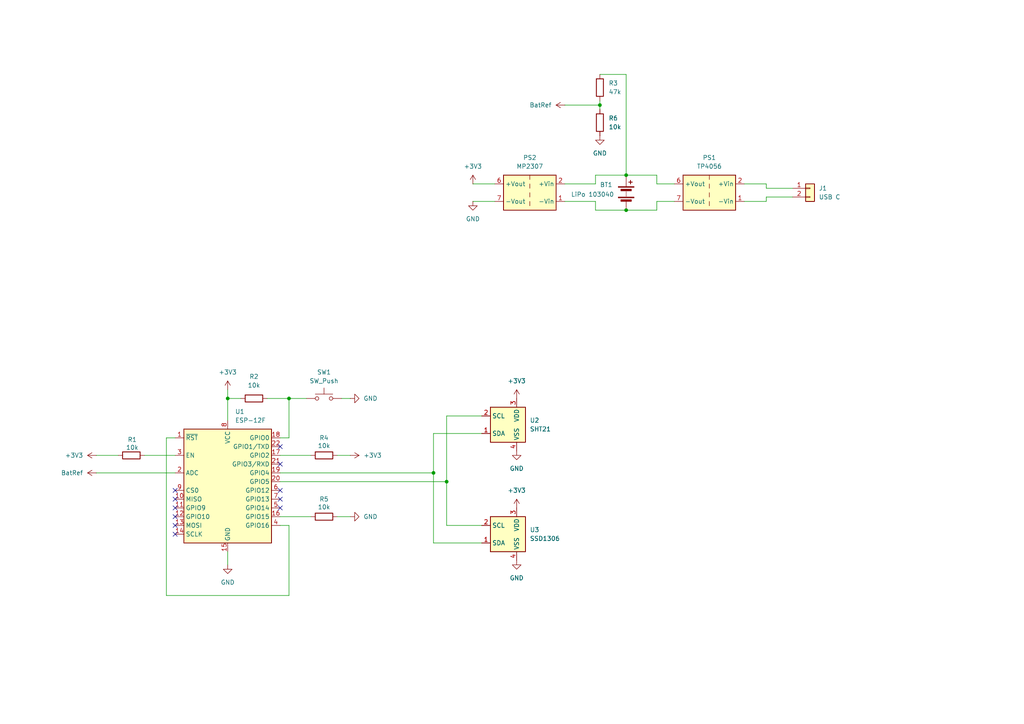
<source format=kicad_sch>
(kicad_sch (version 20250114) (generator "eeschema") (generator_version "9.0")
  (paper "A4")
  (lib_symbols
    (symbol "Connector_Generic:Conn_01x02" (pin_names (offset 1.016) (hide yes))
      (property "Reference" "J" (at 0 2.54 0))
      (property "Value" "Conn_01x02" (at 0 -5.08 0))
      (symbol "Conn_01x02_1_1"
        (rectangle (start -1.27 1.27) (end 1.27 -3.81) (stroke (width 0.254)) (fill (type background)))
        (rectangle (start -1.27 0.127) (end 0 -0.127) (stroke (width 0.1524)))
        (rectangle (start -1.27 -2.413) (end 0 -2.667) (stroke (width 0.1524)))
        (pin passive line (at -5.08 0 0) (length 3.81) (name "Pin_1") (number "1"))
        (pin passive line (at -5.08 -2.54 0) (length 3.81) (name "Pin_2") (number "2"))
      )
    )
    (symbol "Converter_DCDC:ITX0509SA"
      (property "Reference" "PS" (at -7.62 6.35 0))
      (property "Value" "ITX0509SA" (at 1.27 6.35 0))
      (symbol "ITX0509SA_0_0"
        (pin power_in line (at -10.16 2.54 0) (length 2.54) (name "+Vin") (number "2"))
        (pin power_in line (at -10.16 -2.54 0) (length 2.54) (name "-Vin") (number "1"))
        (pin no_connect line (at 7.62 0 180) (length 2.54) (hide yes) (name "NC") (number "8"))
        (pin power_out line (at 10.16 2.54 180) (length 2.54) (name "+Vout") (number "6"))
        (pin power_out line (at 10.16 -2.54 180) (length 2.54) (name "-Vout") (number "7"))
      )
      (symbol "ITX0509SA_0_1"
        (rectangle (start -7.62 5.08) (end 7.62 -5.08) (stroke (width 0.254)) (fill (type background)))
        (polyline (pts (xy 0 5.08) (xy 0 3.81)))
        (polyline (pts (xy 0 2.54) (xy 0 1.27)))
        (polyline (pts (xy 0 0) (xy 0 -1.27)))
        (polyline (pts (xy 0 -2.54) (xy 0 -3.81)))
      )
    )
    (symbol "Device:Battery" (pin_numbers (hide yes)) (pin_names (offset 0) (hide yes))
      (property "Reference" "BT" (at 2.54 2.54 0))
      (property "Value" "Battery" (at 2.54 0 0))
      (symbol "Battery_0_1"
        (rectangle (start -2.286 1.778) (end 2.286 1.524) (fill (type outline)))
        (rectangle (start -2.286 -1.27) (end 2.286 -1.524) (fill (type outline)))
        (rectangle (start -1.524 1.016) (end 1.524 0.508) (fill (type outline)))
        (rectangle (start -1.524 -2.032) (end 1.524 -2.54) (fill (type outline)))
        (polyline (pts (xy 0 1.778) (xy 0 2.54)))
        (polyline (pts (xy 0 0) (xy 0 0.254)))
        (polyline (pts (xy 0 -0.508) (xy 0 -0.254)))
        (polyline (pts (xy 0 -1.016) (xy 0 -0.762)))
        (polyline (pts (xy 0.762 3.048) (xy 1.778 3.048)) (stroke (width 0.254)))
        (polyline (pts (xy 1.27 3.556) (xy 1.27 2.54)) (stroke (width 0.254)))
      )
      (symbol "Battery_1_1"
        (pin passive line (at 0 5.08 270) (length 2.54) (name "+") (number "1"))
        (pin passive line (at 0 -5.08 90) (length 2.54) (name "-") (number "2"))
      )
    )
    (symbol "Device:R" (pin_numbers (hide yes)) (pin_names (offset 0))
      (property "Reference" "R" (at 2.032 0 90))
      (property "Value" "R" (at 0 0 90))
      (symbol "R_0_1"
        (rectangle (start -1.016 -2.54) (end 1.016 2.54) (stroke (width 0.254)))
      )
      (symbol "R_1_1"
        (pin passive line (at 0 3.81 270) (length 1.27) (name "~") (number "1"))
        (pin passive line (at 0 -3.81 90) (length 1.27) (name "~") (number "2"))
      )
    )
    (symbol "RF_Module:ESP-12F"
      (property "Reference" "U" (at -12.7 19.05 0))
      (property "Value" "ESP-12F" (at 12.7 19.05 0))
      (symbol "ESP-12F_0_1"
        (rectangle (start -12.7 17.78) (end 12.7 -15.24) (stroke (width 0.254)) (fill (type background)))
      )
      (symbol "ESP-12F_1_1"
        (pin input line (at -15.24 15.24 0) (length 2.54) (name "~{RST}") (number "1"))
        (pin input line (at -15.24 10.16 0) (length 2.54) (name "EN") (number "3"))
        (pin input line (at -15.24 5.08 0) (length 2.54) (name "ADC") (number "2"))
        (pin input line (at -15.24 0 0) (length 2.54) (name "CS0") (number "9"))
        (pin bidirectional line (at -15.24 -2.54 0) (length 2.54) (name "MISO") (number "10"))
        (pin bidirectional line (at -15.24 -5.08 0) (length 2.54) (name "GPIO9") (number "11"))
        (pin bidirectional line (at -15.24 -7.62 0) (length 2.54) (name "GPIO10") (number "12"))
        (pin bidirectional line (at -15.24 -10.16 0) (length 2.54) (name "MOSI") (number "13"))
        (pin bidirectional line (at -15.24 -12.7 0) (length 2.54) (name "SCLK") (number "14"))
        (pin power_in line (at 0 20.32 270) (length 2.54) (name "VCC") (number "8"))
        (pin power_in line (at 0 -17.78 90) (length 2.54) (name "GND") (number "15"))
        (pin bidirectional line (at 15.24 15.24 180) (length 2.54) (name "GPIO0") (number "18"))
        (pin bidirectional line (at 15.24 12.7 180) (length 2.54) (name "GPIO1/TXD") (number "22"))
        (pin bidirectional line (at 15.24 10.16 180) (length 2.54) (name "GPIO2") (number "17"))
        (pin bidirectional line (at 15.24 7.62 180) (length 2.54) (name "GPIO3/RXD") (number "21"))
        (pin bidirectional line (at 15.24 5.08 180) (length 2.54) (name "GPIO4") (number "19"))
        (pin bidirectional line (at 15.24 2.54 180) (length 2.54) (name "GPIO5") (number "20"))
        (pin bidirectional line (at 15.24 0 180) (length 2.54) (name "GPIO12") (number "6"))
        (pin bidirectional line (at 15.24 -2.54 180) (length 2.54) (name "GPIO13") (number "7"))
        (pin bidirectional line (at 15.24 -5.08 180) (length 2.54) (name "GPIO14") (number "5"))
        (pin bidirectional line (at 15.24 -7.62 180) (length 2.54) (name "GPIO15") (number "16"))
        (pin bidirectional line (at 15.24 -10.16 180) (length 2.54) (name "GPIO16") (number "4"))
      )
    )
    (symbol "Sensor_Humidity:SHT4x"
      (property "Reference" "U" (at 0 8.89 0))
      (property "Value" "SHT4x" (at 0 6.35 0))
      (symbol "SHT4x_1_1"
        (rectangle (start -5.08 5.08) (end 5.08 -5.08) (stroke (width 0.254)) (fill (type background)))
        (pin input line (at -7.62 2.54 0) (length 2.54) (name "SCL") (number "2"))
        (pin bidirectional line (at -7.62 -2.54 0) (length 2.54) (name "SDA") (number "1"))
        (pin power_in line (at 2.54 7.62 270) (length 2.54) (name "VDD") (number "3"))
        (pin power_in line (at 2.54 -7.62 90) (length 2.54) (name "VSS") (number "4"))
      )
    )
    (symbol "Switch:SW_Push" (pin_numbers (hide yes)) (pin_names (offset 1.016) (hide yes))
      (property "Reference" "SW" (at 1.27 2.54 0))
      (property "Value" "SW_Push" (at 0 -1.524 0))
      (symbol "SW_Push_0_1"
        (circle (center -2.032 0) (radius 0.508))
        (polyline (pts (xy 0 1.27) (xy 0 3.048)))
        (circle (center 2.032 0) (radius 0.508))
        (polyline (pts (xy 2.54 1.27) (xy -2.54 1.27)))
        (pin passive line (at -5.08 0 0) (length 2.54) (name "1") (number "1"))
        (pin passive line (at 5.08 0 180) (length 2.54) (name "2") (number "2"))
      )
    )
    (symbol "power:+3V3" (power) (pin_numbers (hide yes)) (pin_names (offset 0) (hide yes))
      (property "Value" "+3V3" (at 0 3.556 0))
      (symbol "+3V3_0_1"
        (polyline (pts (xy -0.762 1.27) (xy 0 2.54)))
        (polyline (pts (xy 0 2.54) (xy 0.762 1.27)))
        (polyline (pts (xy 0 0) (xy 0 2.54)))
      )
      (symbol "+3V3_1_1"
        (pin power_in line (at 0 0 90) (length 0) (name "~") (number "1"))
      )
    )
    (symbol "power:GND" (power) (pin_numbers (hide yes)) (pin_names (offset 0) (hide yes))
      (property "Value" "GND" (at 0 -3.81 0))
      (symbol "GND_0_1"
        (polyline (pts (xy 0 0) (xy 0 -1.27) (xy 1.27 -1.27) (xy 0 -2.54) (xy -1.27 -1.27) (xy 0 -1.27)))
      )
      (symbol "GND_1_1"
        (pin power_in line (at 0 0 270) (length 0) (name "~") (number "1"))
      )
    )
  )
  (junction (at 173.99 30.48))
  (junction (at 83.82 115.57))
  (junction (at 66.04 115.57))
  (junction (at 181.61 50.8))
  (junction (at 181.61 60.96))
  (junction (at 129.54 139.7))
  (junction (at 125.73 137.16))
  (no_connect (at 81.28 144.78))
  (no_connect (at 50.8 144.78))
  (no_connect (at 50.8 149.86))
  (no_connect (at 81.28 142.24))
  (no_connect (at 81.28 129.54))
  (no_connect (at 81.28 147.32))
  (no_connect (at 50.8 154.94))
  (no_connect (at 50.8 147.32))
  (no_connect (at 50.8 142.24))
  (no_connect (at 81.28 134.62))
  (no_connect (at 50.8 152.4))
  (wire (pts (xy 97.79 132.08) (xy 101.6 132.08)))
  (wire (pts (xy 48.26 172.72) (xy 48.26 127)))
  (wire (pts (xy 181.61 21.59) (xy 173.99 21.59)))
  (wire (pts (xy 81.28 137.16) (xy 125.73 137.16)))
  (wire (pts (xy 99.06 115.57) (xy 101.6 115.57)))
  (wire (pts (xy 190.5 58.42) (xy 190.5 60.96)))
  (wire (pts (xy 41.91 132.08) (xy 50.8 132.08)))
  (wire (pts (xy 77.47 115.57) (xy 83.82 115.57)))
  (wire (pts (xy 129.54 139.7) (xy 129.54 152.4)))
  (wire (pts (xy 181.61 60.96) (xy 172.72 60.96)))
  (wire (pts (xy 173.99 29.21) (xy 173.99 30.48)))
  (wire (pts (xy 81.28 132.08) (xy 90.17 132.08)))
  (wire (pts (xy 172.72 60.96) (xy 172.72 58.42)))
  (wire (pts (xy 66.04 115.57) (xy 66.04 121.92)))
  (wire (pts (xy 172.72 53.34) (xy 163.83 53.34)))
  (wire (pts (xy 27.94 137.16) (xy 50.8 137.16)))
  (wire (pts (xy 66.04 115.57) (xy 69.85 115.57)))
  (wire (pts (xy 181.61 50.8) (xy 190.5 50.8)))
  (wire (pts (xy 83.82 172.72) (xy 48.26 172.72)))
  (wire (pts (xy 83.82 127) (xy 83.82 115.57)))
  (wire (pts (xy 81.28 139.7) (xy 129.54 139.7)))
  (wire (pts (xy 190.5 50.8) (xy 190.5 53.34)))
  (wire (pts (xy 190.5 53.34) (xy 195.58 53.34)))
  (wire (pts (xy 222.25 54.61) (xy 229.87 54.61)))
  (wire (pts (xy 181.61 21.59) (xy 181.61 50.8)))
  (wire (pts (xy 215.9 53.34) (xy 222.25 53.34)))
  (wire (pts (xy 215.9 58.42) (xy 222.25 58.42)))
  (wire (pts (xy 83.82 152.4) (xy 83.82 172.72)))
  (wire (pts (xy 48.26 127) (xy 50.8 127)))
  (wire (pts (xy 222.25 53.34) (xy 222.25 54.61)))
  (wire (pts (xy 222.25 58.42) (xy 222.25 57.15)))
  (wire (pts (xy 172.72 58.42) (xy 163.83 58.42)))
  (wire (pts (xy 181.61 50.8) (xy 172.72 50.8)))
  (wire (pts (xy 137.16 53.34) (xy 143.51 53.34)))
  (wire (pts (xy 66.04 113.03) (xy 66.04 115.57)))
  (wire (pts (xy 181.61 60.96) (xy 190.5 60.96)))
  (wire (pts (xy 81.28 127) (xy 83.82 127)))
  (wire (pts (xy 139.7 120.65) (xy 129.54 120.65)))
  (wire (pts (xy 125.73 125.73) (xy 125.73 137.16)))
  (wire (pts (xy 27.94 132.08) (xy 34.29 132.08)))
  (wire (pts (xy 83.82 115.57) (xy 88.9 115.57)))
  (wire (pts (xy 129.54 120.65) (xy 129.54 139.7)))
  (wire (pts (xy 139.7 157.48) (xy 125.73 157.48)))
  (wire (pts (xy 222.25 57.15) (xy 229.87 57.15)))
  (wire (pts (xy 81.28 149.86) (xy 90.17 149.86)))
  (wire (pts (xy 137.16 58.42) (xy 143.51 58.42)))
  (wire (pts (xy 163.83 30.48) (xy 173.99 30.48)))
  (wire (pts (xy 129.54 152.4) (xy 139.7 152.4)))
  (wire (pts (xy 66.04 160.02) (xy 66.04 163.83)))
  (wire (pts (xy 195.58 58.42) (xy 190.5 58.42)))
  (wire (pts (xy 97.79 149.86) (xy 101.6 149.86)))
  (wire (pts (xy 81.28 152.4) (xy 83.82 152.4)))
  (wire (pts (xy 172.72 50.8) (xy 172.72 53.34)))
  (wire (pts (xy 125.73 125.73) (xy 139.7 125.73)))
  (wire (pts (xy 173.99 30.48) (xy 173.99 31.75)))
  (wire (pts (xy 125.73 137.16) (xy 125.73 157.48)))
  (symbol (lib_id "Sensor_Humidity:SHT4x") (at 147.32 123.19 0) (unit 1)
    (property "Reference" "U2" (at 153.67 121.9199 0) (effects (justify left)))
    (property "Value" "SHT21" (at 153.67 124.4599 0) (effects (justify left)))
    (property "Footprint" "Sensor_Humidity:Sensirion_DFN-4_1.5x1.5mm_P0.8mm_SHT4x_NoCentralPad" (effects (hide yes)))
    (property "Datasheet" "https://sensirion.com/media/documents/33FD6951/624C4357/Datasheet_SHT4x.pdf" (effects (hide yes)))
    (property "Description" "Digital Humidity and Temperature Sensor, ±1%RH, ±0.1°C, I2C, 1.08-3.6V, 16bit, DFN-4" (effects (hide yes)))
  )
  (symbol (lib_id "power:+3V3") (at 27.94 132.08 90) (unit 1)
    (property "Reference" "#PWR09" (effects (hide yes)))
    (property "Value" "+3V3" (at 24.13 132.0799 90) (effects (justify left)))
    (property "Description" "Power symbol creates a global label with name \"+3V3\"" (effects (hide yes)))
  )
  (symbol (lib_id "Device:R") (at 93.98 132.08 90) (unit 1)
    (property "Reference" "R4" (at 93.98 127 90))
    (property "Value" "10k" (at 93.98 129.286 90))
    (property "Description" "Resistor" (effects (hide yes)))
  )
  (symbol (lib_id "power:+3V3") (at 163.83 30.48 90) (unit 1)
    (property "Reference" "#PWR014" (effects (hide yes)))
    (property "Value" "BatRef" (at 160.02 30.4799 90) (effects (justify left)))
    (property "Description" "Power symbol creates a global label with name \"+3V3\"" (effects (hide yes)))
  )
  (symbol (lib_id "power:+3V3") (at 149.86 147.32 0) (unit 1)
    (property "Reference" "#PWR06" (effects (hide yes)))
    (property "Value" "+3V3" (at 149.86 142.24 0))
    (property "Description" "Power symbol creates a global label with name \"+3V3\"" (effects (hide yes)))
  )
  (symbol (lib_id "Converter_DCDC:ITX0509SA") (at 205.74 55.88 0) (mirror y) (unit 1)
    (property "Reference" "PS1" (at 205.74 45.72 0))
    (property "Value" "TP4056" (at 205.74 48.26 0))
    (property "Footprint" "Converter_DCDC:Converter_DCDC_XP_POWER-ITXxxxxSA_THT" (effects (hide yes)))
    (property "Datasheet" "https://www.xppower.com/pdfs/SF_ITX.pdf" (effects (hide yes)))
    (property "Description" "XP Power 6W, 1000 VDC Isolated DC/DC Converter Module, Fully Regulated Single Output Voltage 9V, ±666mA, 5V Input Voltage, SIP" (effects (hide yes)))
  )
  (symbol (lib_id "power:GND") (at 101.6 115.57 90) (unit 1)
    (property "Reference" "#PWR010" (effects (hide yes)))
    (property "Value" "GND" (at 105.41 115.5699 90) (effects (justify right)))
    (property "Description" "Power symbol creates a global label with name \"GND\" , ground" (effects (hide yes)))
  )
  (symbol (lib_id "power:GND") (at 137.16 58.42 0) (unit 1)
    (property "Reference" "#PWR01" (effects (hide yes)))
    (property "Value" "GND" (at 137.16 63.5 0))
    (property "Description" "Power symbol creates a global label with name \"GND\" , ground" (effects (hide yes)))
  )
  (symbol (lib_id "power:GND") (at 66.04 163.83 0) (unit 1)
    (property "Reference" "#PWR08" (effects (hide yes)))
    (property "Value" "GND" (at 66.04 168.91 0))
    (property "Description" "Power symbol creates a global label with name \"GND\" , ground" (effects (hide yes)))
  )
  (symbol (lib_id "Sensor_Humidity:SHT4x") (at 147.32 154.94 0) (unit 1)
    (property "Reference" "U3" (at 153.67 153.6699 0) (effects (justify left)))
    (property "Value" "SSD1306" (at 153.67 156.2099 0) (effects (justify left)))
    (property "Footprint" "Sensor_Humidity:Sensirion_DFN-4_1.5x1.5mm_P0.8mm_SHT4x_NoCentralPad" (effects (hide yes)))
    (property "Datasheet" "https://sensirion.com/media/documents/33FD6951/624C4357/Datasheet_SHT4x.pdf" (effects (hide yes)))
    (property "Description" "Digital Humidity and Temperature Sensor, ±1%RH, ±0.1°C, I2C, 1.08-3.6V, 16bit, DFN-4" (effects (hide yes)))
  )
  (symbol (lib_id "Converter_DCDC:ITX0509SA") (at 153.67 55.88 0) (mirror y) (unit 1)
    (property "Reference" "PS2" (at 153.67 45.72 0))
    (property "Value" "MP2307" (at 153.67 48.26 0))
    (property "Footprint" "Converter_DCDC:Converter_DCDC_XP_POWER-ITXxxxxSA_THT" (effects (hide yes)))
    (property "Datasheet" "https://www.xppower.com/pdfs/SF_ITX.pdf" (effects (hide yes)))
    (property "Description" "XP Power 6W, 1000 VDC Isolated DC/DC Converter Module, Fully Regulated Single Output Voltage 9V, ±666mA, 5V Input Voltage, SIP" (effects (hide yes)))
  )
  (symbol (lib_id "Switch:SW_Push") (at 93.98 115.57 0) (unit 1)
    (property "Reference" "SW1" (at 93.98 107.95 0))
    (property "Value" "SW_Push" (at 93.98 110.49 0))
    (property "Description" "Push button switch, generic, two pins" (effects (hide yes)))
  )
  (symbol (lib_id "power:GND") (at 173.99 39.37 0) (unit 1)
    (property "Reference" "#PWR011" (effects (hide yes)))
    (property "Value" "GND" (at 173.99 44.45 0))
    (property "Description" "Power symbol creates a global label with name \"GND\" , ground" (effects (hide yes)))
  )
  (symbol (lib_id "power:GND") (at 149.86 162.56 0) (unit 1)
    (property "Reference" "#PWR03" (effects (hide yes)))
    (property "Value" "GND" (at 149.86 167.64 0))
    (property "Description" "Power symbol creates a global label with name \"GND\" , ground" (effects (hide yes)))
  )
  (symbol (lib_id "Connector_Generic:Conn_01x02") (at 234.95 54.61 0) (unit 1)
    (property "Reference" "J1" (at 237.49 54.6099 0) (effects (justify left)))
    (property "Value" "USB C" (at 237.49 57.1499 0) (effects (justify left)))
    (property "Description" "Generic connector, single row, 01x02, script generated (kicad-library-utils/schlib/autogen/connector/)" (effects (hide yes)))
  )
  (symbol (lib_id "power:+3V3") (at 27.94 137.16 90) (unit 1)
    (property "Reference" "#PWR015" (effects (hide yes)))
    (property "Value" "BatRef" (at 24.13 137.1599 90) (effects (justify left)))
    (property "Description" "Power symbol creates a global label with name \"+3V3\"" (effects (hide yes)))
  )
  (symbol (lib_id "RF_Module:ESP-12F") (at 66.04 142.24 0) (unit 1)
    (property "Reference" "U1" (at 68.1833 119.38 0) (effects (justify left)))
    (property "Value" "ESP-12F" (at 68.1833 121.92 0) (effects (justify left)))
    (property "Footprint" "RF_Module:ESP-12E" (effects (hide yes)))
    (property "Datasheet" "http://wiki.ai-thinker.com/_media/esp8266/esp8266_series_modules_user_manual_v1.1.pdf" (effects (hide yes)))
    (property "Description" "802.11 b/g/n Wi-Fi Module" (effects (hide yes)))
  )
  (symbol (lib_id "Device:R") (at 93.98 149.86 90) (unit 1)
    (property "Reference" "R5" (at 93.98 144.78 90))
    (property "Value" "10k" (at 93.98 147.066 90))
    (property "Description" "Resistor" (effects (hide yes)))
  )
  (symbol (lib_id "power:GND") (at 101.6 149.86 90) (unit 1)
    (property "Reference" "#PWR013" (effects (hide yes)))
    (property "Value" "GND" (at 105.41 149.8599 90) (effects (justify right)))
    (property "Description" "Power symbol creates a global label with name \"GND\" , ground" (effects (hide yes)))
  )
  (symbol (lib_id "power:+3V3") (at 66.04 113.03 0) (unit 1)
    (property "Reference" "#PWR07" (effects (hide yes)))
    (property "Value" "+3V3" (at 66.04 107.95 0))
    (property "Description" "Power symbol creates a global label with name \"+3V3\"" (effects (hide yes)))
  )
  (symbol (lib_id "Device:Battery") (at 181.61 55.88 0) (unit 1)
    (property "Reference" "BT1" (at 173.99 53.594 0) (effects (justify left)))
    (property "Value" "LiPo 103040" (at 165.608 56.388 0) (effects (justify left)))
    (property "Description" "Multiple-cell battery" (effects (hide yes)))
  )
  (symbol (lib_id "Device:R") (at 173.99 35.56 0) (unit 1)
    (property "Reference" "R6" (at 176.53 34.2899 0) (effects (justify left)))
    (property "Value" "10k" (at 176.53 36.8299 0) (effects (justify left)))
    (property "Description" "Resistor" (effects (hide yes)))
  )
  (symbol (lib_id "Device:R") (at 173.99 25.4 0) (unit 1)
    (property "Reference" "R3" (at 176.53 24.1299 0) (effects (justify left)))
    (property "Value" "47k" (at 176.53 26.6699 0) (effects (justify left)))
    (property "Description" "Resistor" (effects (hide yes)))
  )
  (symbol (lib_id "power:+3V3") (at 137.16 53.34 0) (unit 1)
    (property "Reference" "#PWR02" (effects (hide yes)))
    (property "Value" "+3V3" (at 137.16 48.26 0))
    (property "Description" "Power symbol creates a global label with name \"+3V3\"" (effects (hide yes)))
  )
  (symbol (lib_id "power:+3V3") (at 101.6 132.08 270) (unit 1)
    (property "Reference" "#PWR012" (effects (hide yes)))
    (property "Value" "+3V3" (at 105.41 132.0801 90) (effects (justify left)))
    (property "Description" "Power symbol creates a global label with name \"+3V3\"" (effects (hide yes)))
  )
  (symbol (lib_id "Device:R") (at 38.1 132.08 90) (unit 1)
    (property "Reference" "R1" (at 38.354 127.508 90))
    (property "Value" "10k" (at 38.354 129.794 90))
    (property "Description" "Resistor" (effects (hide yes)))
  )
  (symbol (lib_id "power:GND") (at 149.86 130.81 0) (unit 1)
    (property "Reference" "#PWR04" (effects (hide yes)))
    (property "Value" "GND" (at 149.86 135.89 0))
    (property "Description" "Power symbol creates a global label with name \"GND\" , ground" (effects (hide yes)))
  )
  (symbol (lib_id "power:+3V3") (at 149.86 115.57 0) (unit 1)
    (property "Reference" "#PWR05" (effects (hide yes)))
    (property "Value" "+3V3" (at 149.86 110.49 0))
    (property "Description" "Power symbol creates a global label with name \"+3V3\"" (effects (hide yes)))
  )
  (symbol (lib_id "Device:R") (at 73.66 115.57 90) (unit 1)
    (property "Reference" "R2" (at 73.66 109.22 90))
    (property "Value" "10k" (at 73.66 111.76 90))
    (property "Description" "Resistor" (effects (hide yes)))
  )
)
</source>
